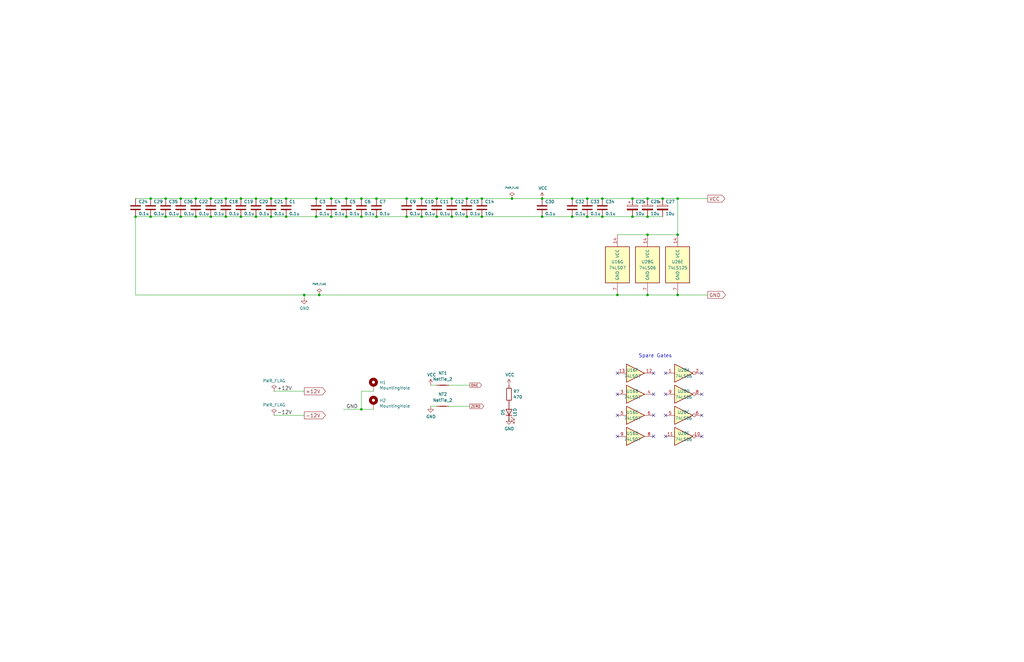
<source format=kicad_sch>
(kicad_sch (version 20211123) (generator eeschema)
  (paper "B")
  (lib_symbols
    (symbol "74xx:74LS06" (pin_names (offset 1.016))
      (property "Reference" "U" (at 0 1.27 0))
      (property "Value" "74LS06" (at 0 -1.27 0))
      (symbol "74LS06_1_0"
        (polyline (pts (xy -3.81 3.81) (xy -3.81 -3.81) (xy 3.81 0) (xy -3.81 3.81)) (stroke (width 0.254)) (fill (type background)))
        (pin input line (at -7.62 0 0) (length 3.81) (name "~") (number "1"))
        (pin open_collector inverted (at 7.62 0 180) (length 3.81) (name "~") (number "2"))
      )
      (symbol "74LS06_2_0"
        (polyline (pts (xy -3.81 3.81) (xy -3.81 -3.81) (xy 3.81 0) (xy -3.81 3.81)) (stroke (width 0.254)) (fill (type background)))
        (pin input line (at -7.62 0 0) (length 3.81) (name "~") (number "3"))
        (pin open_collector inverted (at 7.62 0 180) (length 3.81) (name "~") (number "4"))
      )
      (symbol "74LS06_3_0"
        (polyline (pts (xy -3.81 3.81) (xy -3.81 -3.81) (xy 3.81 0) (xy -3.81 3.81)) (stroke (width 0.254)) (fill (type background)))
        (pin input line (at -7.62 0 0) (length 3.81) (name "~") (number "5"))
        (pin open_collector inverted (at 7.62 0 180) (length 3.81) (name "~") (number "6"))
      )
      (symbol "74LS06_4_0"
        (polyline (pts (xy -3.81 3.81) (xy -3.81 -3.81) (xy 3.81 0) (xy -3.81 3.81)) (stroke (width 0.254)) (fill (type background)))
        (pin open_collector inverted (at 7.62 0 180) (length 3.81) (name "~") (number "8"))
        (pin input line (at -7.62 0 0) (length 3.81) (name "~") (number "9"))
      )
      (symbol "74LS06_5_0"
        (polyline (pts (xy -3.81 3.81) (xy -3.81 -3.81) (xy 3.81 0) (xy -3.81 3.81)) (stroke (width 0.254)) (fill (type background)))
        (pin open_collector inverted (at 7.62 0 180) (length 3.81) (name "~") (number "10"))
        (pin input line (at -7.62 0 0) (length 3.81) (name "~") (number "11"))
      )
      (symbol "74LS06_6_0"
        (polyline (pts (xy -3.81 3.81) (xy -3.81 -3.81) (xy 3.81 0) (xy -3.81 3.81)) (stroke (width 0.254)) (fill (type background)))
        (pin open_collector inverted (at 7.62 0 180) (length 3.81) (name "~") (number "12"))
        (pin input line (at -7.62 0 0) (length 3.81) (name "~") (number "13"))
      )
      (symbol "74LS06_7_0"
        (pin power_in line (at 0 12.7 270) (length 5.08) (name "VCC") (number "14"))
        (pin power_in line (at 0 -12.7 90) (length 5.08) (name "GND") (number "7"))
      )
      (symbol "74LS06_7_1"
        (rectangle (start -5.08 7.62) (end 5.08 -7.62) (stroke (width 0.254)) (fill (type background)))
      )
    )
    (symbol "74xx:74LS07" (pin_names (offset 1.016))
      (property "Reference" "U" (at 0 1.27 0))
      (property "Value" "74LS07" (at 0 -1.27 0))
      (symbol "74LS07_1_0"
        (polyline (pts (xy -3.81 3.81) (xy -3.81 -3.81) (xy 3.81 0) (xy -3.81 3.81)) (stroke (width 0.254)) (fill (type background)))
        (pin input line (at -7.62 0 0) (length 3.81) (name "~") (number "1"))
        (pin open_collector line (at 7.62 0 180) (length 3.81) (name "~") (number "2"))
      )
      (symbol "74LS07_2_0"
        (polyline (pts (xy -3.81 3.81) (xy -3.81 -3.81) (xy 3.81 0) (xy -3.81 3.81)) (stroke (width 0.254)) (fill (type background)))
        (pin input line (at -7.62 0 0) (length 3.81) (name "~") (number "3"))
        (pin open_collector line (at 7.62 0 180) (length 3.81) (name "~") (number "4"))
      )
      (symbol "74LS07_3_0"
        (polyline (pts (xy -3.81 3.81) (xy -3.81 -3.81) (xy 3.81 0) (xy -3.81 3.81)) (stroke (width 0.254)) (fill (type background)))
        (pin input line (at -7.62 0 0) (length 3.81) (name "~") (number "5"))
        (pin open_collector line (at 7.62 0 180) (length 3.81) (name "~") (number "6"))
      )
      (symbol "74LS07_4_0"
        (polyline (pts (xy -3.81 3.81) (xy -3.81 -3.81) (xy 3.81 0) (xy -3.81 3.81)) (stroke (width 0.254)) (fill (type background)))
        (pin open_collector line (at 7.62 0 180) (length 3.81) (name "~") (number "8"))
        (pin input line (at -7.62 0 0) (length 3.81) (name "~") (number "9"))
      )
      (symbol "74LS07_5_0"
        (polyline (pts (xy -3.81 3.81) (xy -3.81 -3.81) (xy 3.81 0) (xy -3.81 3.81)) (stroke (width 0.254)) (fill (type background)))
        (pin open_collector line (at 7.62 0 180) (length 3.81) (name "~") (number "10"))
        (pin input line (at -7.62 0 0) (length 3.81) (name "~") (number "11"))
      )
      (symbol "74LS07_6_0"
        (polyline (pts (xy -3.81 3.81) (xy -3.81 -3.81) (xy 3.81 0) (xy -3.81 3.81)) (stroke (width 0.254)) (fill (type background)))
        (pin open_collector line (at 7.62 0 180) (length 3.81) (name "~") (number "12"))
        (pin input line (at -7.62 0 0) (length 3.81) (name "~") (number "13"))
      )
      (symbol "74LS07_7_0"
        (pin power_in line (at 0 12.7 270) (length 5.08) (name "VCC") (number "14"))
        (pin power_in line (at 0 -12.7 90) (length 5.08) (name "GND") (number "7"))
      )
      (symbol "74LS07_7_1"
        (rectangle (start -5.08 7.62) (end 5.08 -7.62) (stroke (width 0.254)) (fill (type background)))
      )
    )
    (symbol "74xx:74LS125" (pin_names (offset 1.016))
      (property "Reference" "U" (at 0 1.27 0))
      (property "Value" "74LS125" (at 0 -1.27 0))
      (symbol "74LS125_1_0"
        (polyline (pts (xy -3.81 3.81) (xy -3.81 -3.81) (xy 3.81 0) (xy -3.81 3.81)) (stroke (width 0.254)) (fill (type background)))
        (pin input inverted (at 0 -6.35 90) (length 4.445) (name "~") (number "1"))
        (pin input line (at -7.62 0 0) (length 3.81) (name "~") (number "2"))
        (pin tri_state line (at 7.62 0 180) (length 3.81) (name "~") (number "3"))
      )
      (symbol "74LS125_2_0"
        (polyline (pts (xy -3.81 3.81) (xy -3.81 -3.81) (xy 3.81 0) (xy -3.81 3.81)) (stroke (width 0.254)) (fill (type background)))
        (pin input inverted (at 0 -6.35 90) (length 4.445) (name "~") (number "4"))
        (pin input line (at -7.62 0 0) (length 3.81) (name "~") (number "5"))
        (pin tri_state line (at 7.62 0 180) (length 3.81) (name "~") (number "6"))
      )
      (symbol "74LS125_3_0"
        (polyline (pts (xy -3.81 3.81) (xy -3.81 -3.81) (xy 3.81 0) (xy -3.81 3.81)) (stroke (width 0.254)) (fill (type background)))
        (pin input inverted (at 0 -6.35 90) (length 4.445) (name "~") (number "10"))
        (pin tri_state line (at 7.62 0 180) (length 3.81) (name "~") (number "8"))
        (pin input line (at -7.62 0 0) (length 3.81) (name "~") (number "9"))
      )
      (symbol "74LS125_4_0"
        (polyline (pts (xy -3.81 3.81) (xy -3.81 -3.81) (xy 3.81 0) (xy -3.81 3.81)) (stroke (width 0.254)) (fill (type background)))
        (pin tri_state line (at 7.62 0 180) (length 3.81) (name "~") (number "11"))
        (pin input line (at -7.62 0 0) (length 3.81) (name "~") (number "12"))
        (pin input inverted (at 0 -6.35 90) (length 4.445) (name "~") (number "13"))
      )
      (symbol "74LS125_5_0"
        (pin power_in line (at 0 12.7 270) (length 5.08) (name "VCC") (number "14"))
        (pin power_in line (at 0 -12.7 90) (length 5.08) (name "GND") (number "7"))
      )
      (symbol "74LS125_5_1"
        (rectangle (start -5.08 7.62) (end 5.08 -7.62) (stroke (width 0.254)) (fill (type background)))
      )
    )
    (symbol "Device:C" (pin_numbers hide) (pin_names (offset 0.254))
      (property "Reference" "C" (at 0.635 2.54 0))
      (property "Value" "C" (at 0.635 -2.54 0))
      (symbol "C_0_1"
        (polyline (pts (xy -2.032 -0.762) (xy 2.032 -0.762)) (stroke (width 0.508)))
        (polyline (pts (xy -2.032 0.762) (xy 2.032 0.762)) (stroke (width 0.508)))
      )
      (symbol "C_1_1"
        (pin passive line (at 0 3.81 270) (length 2.794) (name "~") (number "1"))
        (pin passive line (at 0 -3.81 90) (length 2.794) (name "~") (number "2"))
      )
    )
    (symbol "Device:C_Polarized" (pin_numbers hide) (pin_names (offset 0.254))
      (property "Reference" "C" (at 0.635 2.54 0))
      (property "Value" "C_Polarized" (at 0.635 -2.54 0))
      (symbol "C_Polarized_0_1"
        (rectangle (start -2.286 0.508) (end 2.286 1.016))
        (polyline (pts (xy -1.778 2.286) (xy -0.762 2.286)))
        (polyline (pts (xy -1.27 2.794) (xy -1.27 1.778)))
        (rectangle (start 2.286 -0.508) (end -2.286 -1.016) (fill (type outline)))
      )
      (symbol "C_Polarized_1_1"
        (pin passive line (at 0 3.81 270) (length 2.794) (name "~") (number "1"))
        (pin passive line (at 0 -3.81 90) (length 2.794) (name "~") (number "2"))
      )
    )
    (symbol "Device:LED" (pin_numbers hide) (pin_names (offset 1.016) hide)
      (property "Reference" "D" (at 0 2.54 0))
      (property "Value" "LED" (at 0 -2.54 0))
      (symbol "LED_0_1"
        (polyline (pts (xy -1.27 -1.27) (xy -1.27 1.27)) (stroke (width 0.254)))
        (polyline (pts (xy -1.27 0) (xy 1.27 0)))
        (polyline (pts (xy 1.27 -1.27) (xy 1.27 1.27) (xy -1.27 0) (xy 1.27 -1.27)) (stroke (width 0.254)))
        (polyline (pts (xy -3.048 -0.762) (xy -4.572 -2.286) (xy -3.81 -2.286) (xy -4.572 -2.286) (xy -4.572 -1.524)))
        (polyline (pts (xy -1.778 -0.762) (xy -3.302 -2.286) (xy -2.54 -2.286) (xy -3.302 -2.286) (xy -3.302 -1.524)))
      )
      (symbol "LED_1_1"
        (pin passive line (at -3.81 0 0) (length 2.54) (name "K") (number "1"))
        (pin passive line (at 3.81 0 180) (length 2.54) (name "A") (number "2"))
      )
    )
    (symbol "Device:NetTie_2" (pin_numbers hide) (pin_names (offset 0) hide) (in_bom no)
      (property "Reference" "NT" (at 0 1.27 0))
      (property "Value" "NetTie_2" (at 0 -1.27 0))
      (symbol "NetTie_2_0_1"
        (polyline (pts (xy -1.27 0) (xy 1.27 0)) (stroke (width 0.254)))
      )
      (symbol "NetTie_2_1_1"
        (pin passive line (at -2.54 0 0) (length 2.54) (name "1") (number "1"))
        (pin passive line (at 2.54 0 180) (length 2.54) (name "2") (number "2"))
      )
    )
    (symbol "Device:R" (pin_numbers hide) (pin_names (offset 0))
      (property "Reference" "R" (at 2.032 0 90))
      (property "Value" "R" (at 0 0 90))
      (symbol "R_0_1"
        (rectangle (start -1.016 -2.54) (end 1.016 2.54) (stroke (width 0.254)))
      )
      (symbol "R_1_1"
        (pin passive line (at 0 3.81 270) (length 1.27) (name "~") (number "1"))
        (pin passive line (at 0 -3.81 90) (length 1.27) (name "~") (number "2"))
      )
    )
    (symbol "Mechanical:MountingHole_Pad" (pin_numbers hide) (pin_names (offset 1.016) hide)
      (property "Reference" "H" (at 0 6.35 0))
      (property "Value" "MountingHole_Pad" (at 0 4.445 0))
      (symbol "MountingHole_Pad_0_1"
        (circle (center 0 1.27) (radius 1.27) (stroke (width 1.27)))
      )
      (symbol "MountingHole_Pad_1_1"
        (pin input line (at 0 -2.54 90) (length 2.54) (name "1") (number "1"))
      )
    )
    (symbol "power:GND" (power) (pin_names (offset 0))
      (property "Value" "GND" (at 0 -3.81 0))
      (symbol "GND_0_1"
        (polyline (pts (xy 0 0) (xy 0 -1.27) (xy 1.27 -1.27) (xy 0 -2.54) (xy -1.27 -1.27) (xy 0 -1.27)))
      )
      (symbol "GND_1_1"
        (pin power_in line (at 0 0 270) (length 0) hide (name "GND") (number "1"))
      )
    )
    (symbol "power:PWR_FLAG" (power) (pin_numbers hide) (pin_names (offset 0) hide)
      (property "Value" "PWR_FLAG" (at 0 3.81 0))
      (symbol "PWR_FLAG_0_0"
        (pin power_out line (at 0 0 90) (length 0) (name "pwr") (number "1"))
      )
      (symbol "PWR_FLAG_0_1"
        (polyline (pts (xy 0 0) (xy 0 1.27) (xy -1.016 1.905) (xy 0 2.54) (xy 1.016 1.905) (xy 0 1.27)))
      )
    )
    (symbol "power:VCC" (power) (pin_names (offset 0))
      (property "Value" "VCC" (at 0 3.81 0))
      (symbol "VCC_0_1"
        (polyline (pts (xy -0.762 1.27) (xy 0 2.54)))
        (polyline (pts (xy 0 0) (xy 0 2.54)))
        (polyline (pts (xy 0 2.54) (xy 0.762 1.27)))
      )
      (symbol "VCC_1_1"
        (pin power_in line (at 0 0 90) (length 0) hide (name "VCC") (number "1"))
      )
    )
  )
  (junction (at 177.8 91.44))
  (junction (at 101.6 91.44))
  (junction (at 285.75 83.82))
  (junction (at 260.35 124.46))
  (junction (at 152.4 91.44))
  (junction (at 190.5 91.44))
  (junction (at 133.35 83.82))
  (junction (at 266.7 91.44))
  (junction (at 171.45 91.44))
  (junction (at 215.9 83.82))
  (junction (at 228.6 91.44))
  (junction (at 69.85 83.82))
  (junction (at 247.65 91.44))
  (junction (at 254 83.82))
  (junction (at 254 91.44))
  (junction (at 203.2 91.44))
  (junction (at 128.27 124.46))
  (junction (at 273.05 99.06))
  (junction (at 285.75 99.06))
  (junction (at 120.65 91.44))
  (junction (at 273.05 91.44))
  (junction (at 203.2 83.82))
  (junction (at 107.95 83.82))
  (junction (at 88.9 83.82))
  (junction (at 184.15 83.82))
  (junction (at 266.7 83.82))
  (junction (at 279.4 83.82))
  (junction (at 196.85 83.82))
  (junction (at 273.05 124.46))
  (junction (at 63.5 91.44))
  (junction (at 114.3 91.44))
  (junction (at 120.65 83.82))
  (junction (at 158.75 83.82))
  (junction (at 184.15 91.44))
  (junction (at 152.4 83.82))
  (junction (at 82.55 91.44))
  (junction (at 285.75 124.46))
  (junction (at 57.15 91.44))
  (junction (at 273.05 83.82))
  (junction (at 101.6 83.82))
  (junction (at 171.45 83.82))
  (junction (at 69.85 91.44))
  (junction (at 95.25 91.44))
  (junction (at 88.9 91.44))
  (junction (at 177.8 83.82))
  (junction (at 247.65 83.82))
  (junction (at 158.75 91.44))
  (junction (at 146.05 83.82))
  (junction (at 146.05 91.44))
  (junction (at 76.2 91.44))
  (junction (at 228.6 83.82))
  (junction (at 95.25 83.82))
  (junction (at 76.2 83.82))
  (junction (at 139.7 91.44))
  (junction (at 133.35 91.44))
  (junction (at 114.3 83.82))
  (junction (at 241.3 91.44))
  (junction (at 134.62 124.46))
  (junction (at 190.5 83.82))
  (junction (at 241.3 83.82))
  (junction (at 107.95 91.44))
  (junction (at 63.5 83.82))
  (junction (at 152.4 172.72))
  (junction (at 139.7 83.82))
  (junction (at 196.85 91.44))
  (junction (at 82.55 83.82))
  (no_connect (at 295.91 175.26))
  (no_connect (at 275.59 175.26))
  (no_connect (at 260.35 166.37))
  (no_connect (at 280.67 175.26))
  (no_connect (at 275.59 166.37))
  (no_connect (at 275.59 184.15))
  (no_connect (at 260.35 175.26))
  (no_connect (at 260.35 184.15))
  (no_connect (at 280.67 166.37))
  (no_connect (at 295.91 166.37))
  (no_connect (at 280.67 157.48))
  (no_connect (at 280.67 184.15))
  (no_connect (at 295.91 157.48))
  (no_connect (at 260.35 157.48))
  (no_connect (at 295.91 184.15))
  (no_connect (at 275.59 157.48))
  (wire (pts (xy 95.25 91.44) (xy 101.6 91.44)))
  (wire (pts (xy 171.45 83.82) (xy 177.8 83.82)))
  (wire (pts (xy 157.48 165.1) (xy 152.4 165.1)))
  (wire (pts (xy 95.25 91.44) (xy 88.9 91.44)))
  (wire (pts (xy 266.7 83.82) (xy 273.05 83.82)))
  (wire (pts (xy 181.61 171.45) (xy 184.15 171.45)))
  (wire (pts (xy 184.15 91.44) (xy 190.5 91.44)))
  (wire (pts (xy 107.95 83.82) (xy 101.6 83.82)))
  (wire (pts (xy 157.48 172.72) (xy 152.4 172.72)))
  (wire (pts (xy 189.23 171.45) (xy 198.12 171.45)))
  (wire (pts (xy 203.2 91.44) (xy 228.6 91.44)))
  (wire (pts (xy 285.75 99.06) (xy 285.75 83.82)))
  (wire (pts (xy 189.23 162.56) (xy 198.12 162.56)))
  (wire (pts (xy 63.5 91.44) (xy 69.85 91.44)))
  (wire (pts (xy 107.95 91.44) (xy 114.3 91.44)))
  (wire (pts (xy 196.85 91.44) (xy 203.2 91.44)))
  (wire (pts (xy 128.27 124.46) (xy 128.27 125.73)))
  (wire (pts (xy 158.75 91.44) (xy 171.45 91.44)))
  (wire (pts (xy 57.15 91.44) (xy 63.5 91.44)))
  (wire (pts (xy 82.55 83.82) (xy 88.9 83.82)))
  (wire (pts (xy 241.3 83.82) (xy 247.65 83.82)))
  (wire (pts (xy 101.6 91.44) (xy 107.95 91.44)))
  (wire (pts (xy 171.45 91.44) (xy 177.8 91.44)))
  (wire (pts (xy 152.4 83.82) (xy 158.75 83.82)))
  (wire (pts (xy 63.5 83.82) (xy 69.85 83.82)))
  (wire (pts (xy 69.85 91.44) (xy 76.2 91.44)))
  (wire (pts (xy 152.4 172.72) (xy 144.78 172.72)))
  (wire (pts (xy 120.65 83.82) (xy 114.3 83.82)))
  (wire (pts (xy 76.2 91.44) (xy 82.55 91.44)))
  (wire (pts (xy 260.35 124.46) (xy 273.05 124.46)))
  (wire (pts (xy 184.15 83.82) (xy 190.5 83.82)))
  (wire (pts (xy 133.35 83.82) (xy 139.7 83.82)))
  (wire (pts (xy 190.5 83.82) (xy 196.85 83.82)))
  (wire (pts (xy 181.61 162.56) (xy 184.15 162.56)))
  (wire (pts (xy 273.05 124.46) (xy 285.75 124.46)))
  (wire (pts (xy 152.4 165.1) (xy 152.4 172.72)))
  (wire (pts (xy 57.15 124.46) (xy 57.15 91.44)))
  (wire (pts (xy 190.5 91.44) (xy 196.85 91.44)))
  (wire (pts (xy 215.9 83.82) (xy 228.6 83.82)))
  (wire (pts (xy 196.85 83.82) (xy 203.2 83.82)))
  (wire (pts (xy 146.05 83.82) (xy 152.4 83.82)))
  (wire (pts (xy 101.6 83.82) (xy 95.25 83.82)))
  (wire (pts (xy 266.7 91.44) (xy 273.05 91.44)))
  (wire (pts (xy 273.05 91.44) (xy 279.4 91.44)))
  (wire (pts (xy 177.8 83.82) (xy 184.15 83.82)))
  (wire (pts (xy 88.9 91.44) (xy 82.55 91.44)))
  (wire (pts (xy 260.35 99.06) (xy 273.05 99.06)))
  (wire (pts (xy 57.15 83.82) (xy 63.5 83.82)))
  (wire (pts (xy 115.57 165.1) (xy 128.27 165.1)))
  (wire (pts (xy 228.6 83.82) (xy 241.3 83.82)))
  (wire (pts (xy 134.62 124.46) (xy 260.35 124.46)))
  (wire (pts (xy 76.2 83.82) (xy 82.55 83.82)))
  (wire (pts (xy 139.7 83.82) (xy 146.05 83.82)))
  (wire (pts (xy 285.75 83.82) (xy 298.45 83.82)))
  (wire (pts (xy 177.8 91.44) (xy 184.15 91.44)))
  (wire (pts (xy 247.65 91.44) (xy 254 91.44)))
  (wire (pts (xy 254 91.44) (xy 266.7 91.44)))
  (wire (pts (xy 115.57 175.26) (xy 128.27 175.26)))
  (wire (pts (xy 146.05 91.44) (xy 152.4 91.44)))
  (wire (pts (xy 152.4 91.44) (xy 158.75 91.44)))
  (wire (pts (xy 88.9 83.82) (xy 95.25 83.82)))
  (wire (pts (xy 69.85 83.82) (xy 76.2 83.82)))
  (wire (pts (xy 203.2 83.82) (xy 215.9 83.82)))
  (wire (pts (xy 228.6 91.44) (xy 241.3 91.44)))
  (wire (pts (xy 279.4 83.82) (xy 285.75 83.82)))
  (wire (pts (xy 57.15 124.46) (xy 128.27 124.46)))
  (wire (pts (xy 285.75 124.46) (xy 298.45 124.46)))
  (wire (pts (xy 247.65 83.82) (xy 254 83.82)))
  (wire (pts (xy 120.65 91.44) (xy 133.35 91.44)))
  (wire (pts (xy 128.27 124.46) (xy 134.62 124.46)))
  (wire (pts (xy 120.65 83.82) (xy 133.35 83.82)))
  (wire (pts (xy 139.7 91.44) (xy 146.05 91.44)))
  (wire (pts (xy 214.63 177.8) (xy 214.63 176.53)))
  (wire (pts (xy 133.35 91.44) (xy 139.7 91.44)))
  (wire (pts (xy 273.05 99.06) (xy 285.75 99.06)))
  (wire (pts (xy 114.3 91.44) (xy 120.65 91.44)))
  (wire (pts (xy 114.3 83.82) (xy 107.95 83.82)))
  (wire (pts (xy 273.05 83.82) (xy 279.4 83.82)))
  (wire (pts (xy 158.75 83.82) (xy 171.45 83.82)))
  (wire (pts (xy 241.3 91.44) (xy 247.65 91.44)))
  (wire (pts (xy 254 83.82) (xy 266.7 83.82)))
  (text "Spare Gates" (at 269.24 151.13 0) (effects (font (size 1.524 1.524)) (justify left bottom)))
  (label "GND" (at 146.05 172.72 0) (effects (font (size 1.524 1.524))))
  (label "-12V" (at 116.84 175.26 0) (effects (font (size 1.524 1.524))))
  (label "+12V" (at 116.84 165.1 0) (effects (font (size 1.524 1.524))))
  (global_label "VCC" (shape output) (at 298.45 83.82 0) (effects (font (size 1.524 1.524))) (property "Intersheet References" "${INTERSHEET_REFS}" (effects hide)))
  (global_label "GND" (shape output) (at 298.45 124.46 0) (effects (font (size 1.524 1.524))) (property "Intersheet References" "${INTERSHEET_REFS}" (effects hide)))
  (global_label "ONE" (shape output) (at 198.12 162.56 0) (effects (font (size 1.016 1.016))) (property "Intersheet References" "${INTERSHEET_REFS}" (effects hide)))
  (global_label "ZERO" (shape output) (at 198.12 171.45 0) (effects (font (size 1.016 1.016))) (property "Intersheet References" "${INTERSHEET_REFS}" (effects hide)))
  (global_label "+12V" (shape output) (at 128.27 165.1 0) (effects (font (size 1.524 1.524))) (property "Intersheet References" "${INTERSHEET_REFS}" (effects hide)))
  (global_label "-12V" (shape output) (at 128.27 175.26 0) (effects (font (size 1.524 1.524))) (property "Intersheet References" "${INTERSHEET_REFS}" (effects hide)))
  (symbol (lib_id "Device:C") (at 139.7 87.63 0) (unit 1)
    (property "Reference" "C4" (at 140.97 85.09 0) (effects (justify left)))
    (property "Value" "0.1u" (at 140.97 90.17 0) (effects (justify left)))
    (property "Footprint" "Capacitor_THT:C_Disc_D5.0mm_W2.5mm_P5.00mm" (effects hide))
  )
  (symbol (lib_id "Device:C") (at 146.05 87.63 0) (unit 1)
    (property "Reference" "C5" (at 147.32 85.09 0) (effects (justify left)))
    (property "Value" "0.1u" (at 147.32 90.17 0) (effects (justify left)))
    (property "Footprint" "Capacitor_THT:C_Disc_D5.0mm_W2.5mm_P5.00mm" (effects hide))
  )
  (symbol (lib_id "74xx:74LS06") (at 288.29 157.48 0) (unit 1)
    (property "Reference" "U28" (at 288.29 156.21 0))
    (property "Value" "74LS06" (at 288.29 158.75 0))
    (property "Footprint" "Package_DIP:DIP-14_W7.62mm" (effects hide))
    (property "Datasheet" "http://www.ti.com/lit/gpn/sn74LS06" (effects hide))
  )
  (symbol (lib_id "74xx:74LS125") (at 285.75 111.76 0) (unit 5)
    (property "Reference" "U26" (at 285.75 110.49 0))
    (property "Value" "74LS125" (at 285.75 113.03 0))
    (property "Footprint" "Package_DIP:DIP-14_W7.62mm" (effects hide))
    (property "Datasheet" "http://www.ti.com/lit/gpn/sn74LS125" (effects hide))
  )
  (symbol (lib_id "Device:C") (at 190.5 87.63 0) (unit 1)
    (property "Reference" "C12" (at 191.77 85.09 0) (effects (justify left)))
    (property "Value" "0.1u" (at 191.77 90.17 0) (effects (justify left)))
    (property "Footprint" "Capacitor_THT:C_Disc_D5.0mm_W2.5mm_P5.00mm" (effects hide))
  )
  (symbol (lib_id "power:VCC") (at 214.63 162.56 0) (unit 1)
    (property "Reference" "#PWR0101" (effects hide))
    (property "Value" "VCC" (at 215.011 158.1658 0))
  )
  (symbol (lib_id "power:GND") (at 214.63 176.53 0) (unit 1)
    (property "Reference" "#PWR0102" (effects hide))
    (property "Value" "GND" (at 214.757 180.9242 0))
  )
  (symbol (lib_id "74xx:74LS07") (at 267.97 166.37 0) (unit 2)
    (property "Reference" "U16" (at 266.7 165.1 0))
    (property "Value" "74LS07" (at 266.7 167.64 0))
    (property "Footprint" "Package_DIP:DIP-14_W7.62mm" (effects hide))
    (property "Datasheet" "www.ti.com/lit/ds/symlink/sn74ls07.pdf" (effects hide))
  )
  (symbol (lib_id "74xx:74LS07") (at 267.97 175.26 0) (unit 3)
    (property "Reference" "U16" (at 266.7 173.99 0))
    (property "Value" "74LS07" (at 266.7 176.53 0))
    (property "Footprint" "Package_DIP:DIP-14_W7.62mm" (effects hide))
    (property "Datasheet" "www.ti.com/lit/ds/symlink/sn74ls07.pdf" (effects hide))
  )
  (symbol (lib_id "74xx:74LS07") (at 267.97 184.15 0) (unit 4)
    (property "Reference" "U16" (at 266.7 182.88 0))
    (property "Value" "74LS07" (at 266.7 185.42 0))
    (property "Footprint" "Package_DIP:DIP-14_W7.62mm" (effects hide))
    (property "Datasheet" "www.ti.com/lit/ds/symlink/sn74ls07.pdf" (effects hide))
  )
  (symbol (lib_id "Device:C") (at 82.55 87.63 0) (unit 1)
    (property "Reference" "C22" (at 83.82 85.09 0) (effects (justify left)))
    (property "Value" "0.1u" (at 83.82 90.17 0) (effects (justify left)))
    (property "Footprint" "Capacitor_THT:C_Disc_D5.0mm_W2.5mm_P5.00mm" (effects hide))
  )
  (symbol (lib_id "Device:C") (at 88.9 87.63 0) (unit 1)
    (property "Reference" "C23" (at 90.17 85.09 0) (effects (justify left)))
    (property "Value" "0.1u" (at 90.17 90.17 0) (effects (justify left)))
    (property "Footprint" "Capacitor_THT:C_Disc_D5.0mm_W2.5mm_P5.00mm" (effects hide))
  )
  (symbol (lib_id "Device:C") (at 95.25 87.63 0) (unit 1)
    (property "Reference" "C18" (at 96.52 85.09 0) (effects (justify left)))
    (property "Value" "0.1u" (at 96.52 90.17 0) (effects (justify left)))
    (property "Footprint" "Capacitor_THT:C_Disc_D5.0mm_W2.5mm_P5.00mm" (effects hide))
  )
  (symbol (lib_id "Device:C") (at 101.6 87.63 0) (unit 1)
    (property "Reference" "C19" (at 102.87 85.09 0) (effects (justify left)))
    (property "Value" "0.1u" (at 102.87 90.17 0) (effects (justify left)))
    (property "Footprint" "Capacitor_THT:C_Disc_D5.0mm_W2.5mm_P5.00mm" (effects hide))
  )
  (symbol (lib_id "Device:C") (at 107.95 87.63 0) (unit 1)
    (property "Reference" "C20" (at 109.22 85.09 0) (effects (justify left)))
    (property "Value" "0.1u" (at 109.22 90.17 0) (effects (justify left)))
    (property "Footprint" "Capacitor_THT:C_Disc_D5.0mm_W2.5mm_P5.00mm" (effects hide))
  )
  (symbol (lib_id "Device:C") (at 114.3 87.63 0) (unit 1)
    (property "Reference" "C21" (at 115.57 85.09 0) (effects (justify left)))
    (property "Value" "0.1u" (at 115.57 90.17 0) (effects (justify left)))
    (property "Footprint" "Capacitor_THT:C_Disc_D5.0mm_W2.5mm_P5.00mm" (effects hide))
  )
  (symbol (lib_id "Device:C_Polarized") (at 266.7 87.63 0) (unit 1)
    (property "Reference" "C25" (at 267.97 85.09 0) (effects (justify left)))
    (property "Value" "10u" (at 267.97 90.17 0) (effects (justify left)))
    (property "Footprint" "Capacitor_THT:CP_Radial_D5.0mm_P2.50mm" (effects hide))
  )
  (symbol (lib_id "Device:LED") (at 214.63 173.99 90) (unit 1)
    (property "Reference" "D5" (at 212.09 173.99 0))
    (property "Value" "LED" (at 217.17 173.99 0))
    (property "Footprint" "LED_THT:LED_D3.0mm_Horizontal_O3.81mm_Z2.0mm" (effects hide))
  )
  (symbol (lib_id "74xx:74LS06") (at 288.29 175.26 0) (unit 3)
    (property "Reference" "U28" (at 288.29 173.99 0))
    (property "Value" "74LS06" (at 288.29 176.53 0))
    (property "Footprint" "Package_DIP:DIP-14_W7.62mm" (effects hide))
    (property "Datasheet" "http://www.ti.com/lit/gpn/sn74LS06" (effects hide))
  )
  (symbol (lib_id "74xx:74LS06") (at 288.29 166.37 0) (unit 4)
    (property "Reference" "U28" (at 288.29 165.1 0))
    (property "Value" "74LS06" (at 288.29 167.64 0))
    (property "Footprint" "Package_DIP:DIP-14_W7.62mm" (effects hide))
    (property "Datasheet" "http://www.ti.com/lit/gpn/sn74LS06" (effects hide))
  )
  (symbol (lib_id "74xx:74LS06") (at 288.29 184.15 0) (unit 5)
    (property "Reference" "U28" (at 288.29 182.88 0))
    (property "Value" "74LS06" (at 288.29 185.42 0))
    (property "Footprint" "Package_DIP:DIP-14_W7.62mm" (effects hide))
    (property "Datasheet" "http://www.ti.com/lit/gpn/sn74LS06" (effects hide))
  )
  (symbol (lib_id "74xx:74LS06") (at 273.05 111.76 0) (unit 7)
    (property "Reference" "U28" (at 273.05 110.49 0))
    (property "Value" "74LS06" (at 273.05 113.03 0))
    (property "Footprint" "Package_DIP:DIP-14_W7.62mm" (effects hide))
    (property "Datasheet" "http://www.ti.com/lit/gpn/sn74LS06" (effects hide))
  )
  (symbol (lib_id "Device:C") (at 196.85 87.63 0) (unit 1)
    (property "Reference" "C13" (at 198.12 85.09 0) (effects (justify left)))
    (property "Value" "0.1u" (at 198.12 90.17 0) (effects (justify left)))
    (property "Footprint" "Capacitor_THT:C_Disc_D5.0mm_W2.5mm_P5.00mm" (effects hide))
  )
  (symbol (lib_id "power:PWR_FLAG") (at 115.57 165.1 0) (unit 1)
    (property "Reference" "#FLG04" (effects hide))
    (property "Value" "PWR_FLAG" (at 115.57 160.7058 0))
  )
  (symbol (lib_id "power:PWR_FLAG") (at 115.57 175.26 0) (unit 1)
    (property "Reference" "#FLG05" (effects hide))
    (property "Value" "PWR_FLAG" (at 115.57 170.8658 0))
  )
  (symbol (lib_id "power:VCC") (at 228.6 83.82 0) (unit 1)
    (property "Reference" "#PWR040" (effects hide))
    (property "Value" "VCC" (at 228.981 79.4258 0))
  )
  (symbol (lib_id "Mechanical:MountingHole_Pad") (at 157.48 170.18 0) (unit 1)
    (property "Reference" "H2" (at 160.02 169.0116 0) (effects (justify left)))
    (property "Value" "MountingHole" (at 160.02 171.323 0) (effects (justify left)))
    (property "Footprint" "MountingHole:MountingHole_3.2mm_M3_Pad" (effects hide))
  )
  (symbol (lib_id "Device:C") (at 228.6 87.63 0) (unit 1)
    (property "Reference" "C30" (at 229.87 85.09 0) (effects (justify left)))
    (property "Value" "0.1u" (at 229.87 90.17 0) (effects (justify left)))
    (property "Footprint" "Capacitor_THT:C_Disc_D5.0mm_W2.5mm_P5.00mm" (effects hide))
  )
  (symbol (lib_id "Device:C") (at 254 87.63 0) (unit 1)
    (property "Reference" "C34" (at 255.27 85.09 0) (effects (justify left)))
    (property "Value" "0.1u" (at 255.27 90.17 0) (effects (justify left)))
    (property "Footprint" "Capacitor_THT:C_Disc_D5.0mm_W2.5mm_P5.00mm" (effects hide))
  )
  (symbol (lib_id "power:PWR_FLAG") (at 134.62 124.46 0) (unit 1)
    (property "Reference" "#FLG06" (effects hide))
    (property "Value" "PWR_FLAG" (at 134.62 119.888 0) (effects (font (size 0.762 0.762))))
  )
  (symbol (lib_id "Mechanical:MountingHole_Pad") (at 157.48 162.56 0) (unit 1)
    (property "Reference" "H1" (at 160.02 161.3916 0) (effects (justify left)))
    (property "Value" "MountingHole" (at 160.02 163.703 0) (effects (justify left)))
    (property "Footprint" "MountingHole:MountingHole_3.2mm_M3_Pad" (effects hide))
  )
  (symbol (lib_id "Device:C") (at 120.65 87.63 0) (unit 1)
    (property "Reference" "C1" (at 121.92 85.09 0) (effects (justify left)))
    (property "Value" "0.1u" (at 121.92 90.17 0) (effects (justify left)))
    (property "Footprint" "Capacitor_THT:C_Disc_D5.0mm_W2.5mm_P5.00mm" (effects hide))
  )
  (symbol (lib_id "Device:C") (at 177.8 87.63 0) (unit 1)
    (property "Reference" "C10" (at 179.07 85.09 0) (effects (justify left)))
    (property "Value" "0.1u" (at 179.07 90.17 0) (effects (justify left)))
    (property "Footprint" "Capacitor_THT:C_Disc_D5.0mm_W2.5mm_P5.00mm" (effects hide))
  )
  (symbol (lib_id "Device:C") (at 184.15 87.63 0) (unit 1)
    (property "Reference" "C11" (at 185.42 85.09 0) (effects (justify left)))
    (property "Value" "0.1u" (at 185.42 90.17 0) (effects (justify left)))
    (property "Footprint" "Capacitor_THT:C_Disc_D5.0mm_W2.5mm_P5.00mm" (effects hide))
  )
  (symbol (lib_id "power:GND") (at 128.27 125.73 0) (unit 1)
    (property "Reference" "#PWR042" (effects hide))
    (property "Value" "GND" (at 128.397 130.1242 0))
  )
  (symbol (lib_id "74xx:74LS07") (at 260.35 111.76 0) (unit 7)
    (property "Reference" "U16" (at 260.35 110.49 0))
    (property "Value" "74LS07" (at 260.35 113.03 0))
    (property "Footprint" "Package_DIP:DIP-14_W7.62mm" (effects hide))
    (property "Datasheet" "www.ti.com/lit/ds/symlink/sn74ls07.pdf" (effects hide))
  )
  (symbol (lib_id "Device:R") (at 214.63 166.37 0) (unit 1)
    (property "Reference" "R7" (at 216.408 165.2016 0) (effects (justify left)))
    (property "Value" "470" (at 216.408 167.513 0) (effects (justify left)))
    (property "Footprint" "Resistor_THT:R_Axial_DIN0207_L6.3mm_D2.5mm_P7.62mm_Horizontal" (effects hide))
  )
  (symbol (lib_id "power:GND") (at 181.61 171.45 0) (unit 1)
    (property "Reference" "#PWR025" (effects hide))
    (property "Value" "GND" (at 181.737 175.8442 0))
  )
  (symbol (lib_id "power:VCC") (at 181.61 162.56 0) (unit 1)
    (property "Reference" "#PWR010" (effects hide))
    (property "Value" "VCC" (at 181.991 158.1658 0))
  )
  (symbol (lib_id "Device:C") (at 241.3 87.63 0) (unit 1)
    (property "Reference" "C32" (at 242.57 85.09 0) (effects (justify left)))
    (property "Value" "0.1u" (at 242.57 90.17 0) (effects (justify left)))
    (property "Footprint" "Capacitor_THT:C_Disc_D5.0mm_W2.5mm_P5.00mm" (effects hide))
  )
  (symbol (lib_id "Device:C") (at 247.65 87.63 0) (unit 1)
    (property "Reference" "C33" (at 248.92 85.09 0) (effects (justify left)))
    (property "Value" "0.1u" (at 248.92 90.17 0) (effects (justify left)))
    (property "Footprint" "Capacitor_THT:C_Disc_D5.0mm_W2.5mm_P5.00mm" (effects hide))
  )
  (symbol (lib_id "power:PWR_FLAG") (at 215.9 83.82 0) (unit 1)
    (property "Reference" "#FLG03" (effects hide))
    (property "Value" "PWR_FLAG" (at 215.9 79.248 0) (effects (font (size 0.762 0.762))))
  )
  (symbol (lib_id "Device:C") (at 158.75 87.63 0) (unit 1)
    (property "Reference" "C7" (at 160.02 85.09 0) (effects (justify left)))
    (property "Value" "0.1u" (at 160.02 90.17 0) (effects (justify left)))
    (property "Footprint" "Capacitor_THT:C_Disc_D5.0mm_W2.5mm_P5.00mm" (effects hide))
  )
  (symbol (lib_id "Device:C") (at 203.2 87.63 0) (unit 1)
    (property "Reference" "C14" (at 204.47 85.09 0) (effects (justify left)))
    (property "Value" "10u" (at 204.47 90.17 0) (effects (justify left)))
    (property "Footprint" "Capacitor_THT:CP_Radial_D5.0mm_P2.50mm" (effects hide))
  )
  (symbol (lib_id "Device:C_Polarized") (at 273.05 87.63 0) (unit 1)
    (property "Reference" "C26" (at 274.32 85.09 0) (effects (justify left)))
    (property "Value" "10u" (at 274.32 90.17 0) (effects (justify left)))
    (property "Footprint" "Capacitor_THT:CP_Radial_D5.0mm_P2.50mm" (effects hide))
  )
  (symbol (lib_id "Device:C") (at 152.4 87.63 0) (unit 1)
    (property "Reference" "C6" (at 153.67 85.09 0) (effects (justify left)))
    (property "Value" "0.1u" (at 153.67 90.17 0) (effects (justify left)))
    (property "Footprint" "Capacitor_THT:C_Disc_D5.0mm_W2.5mm_P5.00mm" (effects hide))
  )
  (symbol (lib_id "Device:C") (at 171.45 87.63 0) (unit 1)
    (property "Reference" "C9" (at 172.72 85.09 0) (effects (justify left)))
    (property "Value" "0.1u" (at 172.72 90.17 0) (effects (justify left)))
    (property "Footprint" "Capacitor_THT:C_Disc_D5.0mm_W2.5mm_P5.00mm" (effects hide))
  )
  (symbol (lib_id "74xx:74LS07") (at 267.97 157.48 0) (unit 6)
    (property "Reference" "U16" (at 266.7 156.21 0))
    (property "Value" "74LS07" (at 266.7 158.75 0))
    (property "Footprint" "Package_DIP:DIP-14_W7.62mm" (effects hide))
    (property "Datasheet" "www.ti.com/lit/ds/symlink/sn74ls07.pdf" (effects hide))
  )
  (symbol (lib_id "Device:C_Polarized") (at 279.4 87.63 0) (unit 1)
    (property "Reference" "C27" (at 280.67 85.09 0) (effects (justify left)))
    (property "Value" "10u" (at 280.67 90.17 0) (effects (justify left)))
    (property "Footprint" "Capacitor_THT:CP_Radial_D5.0mm_P2.50mm" (effects hide))
  )
  (symbol (lib_id "Device:C") (at 133.35 87.63 0) (unit 1)
    (property "Reference" "C3" (at 134.62 85.09 0) (effects (justify left)))
    (property "Value" "0.1u" (at 134.62 90.17 0) (effects (justify left)))
    (property "Footprint" "Capacitor_THT:C_Disc_D5.0mm_W2.5mm_P5.00mm" (effects hide))
  )
  (symbol (lib_id "Device:NetTie_2") (at 186.69 171.45 0) (unit 1) (in_bom no)
    (property "Reference" "NT2" (at 186.69 166.37 0))
    (property "Value" "NetTie_2" (at 186.69 168.91 0))
    (property "Footprint" "NetTie:NetTie-2_THT_Pad0.3mm" (effects hide))
  )
  (symbol (lib_id "Device:NetTie_2") (at 186.69 162.56 0) (unit 1) (in_bom no)
    (property "Reference" "NT1" (at 186.69 157.48 0))
    (property "Value" "NetTie_2" (at 186.69 160.02 0))
    (property "Footprint" "NetTie:NetTie-2_THT_Pad0.3mm" (effects hide))
  )
  (symbol (lib_id "Device:C") (at 76.2 87.63 0) (unit 1)
    (property "Reference" "C36" (at 77.47 85.09 0) (effects (justify left)))
    (property "Value" "0.1u" (at 77.47 90.17 0) (effects (justify left)))
    (property "Footprint" "Capacitor_THT:C_Disc_D5.0mm_W2.5mm_P5.00mm" (effects hide))
  )
  (symbol (lib_id "Device:C") (at 69.85 87.63 0) (unit 1)
    (property "Reference" "C35" (at 71.12 85.09 0) (effects (justify left)))
    (property "Value" "0.1u" (at 71.12 90.17 0) (effects (justify left)))
    (property "Footprint" "Capacitor_THT:C_Disc_D5.0mm_W2.5mm_P5.00mm" (effects hide))
  )
  (symbol (lib_id "Device:C") (at 63.5 87.63 0) (unit 1)
    (property "Reference" "C29" (at 64.77 85.09 0) (effects (justify left)))
    (property "Value" "0.1u" (at 64.77 90.17 0) (effects (justify left)))
    (property "Footprint" "Capacitor_THT:C_Disc_D5.0mm_W2.5mm_P5.00mm" (effects hide))
  )
  (symbol (lib_id "Device:C") (at 57.15 87.63 0) (unit 1)
    (property "Reference" "C24" (at 58.42 85.09 0) (effects (justify left)))
    (property "Value" "0.1u" (at 58.42 90.17 0) (effects (justify left)))
    (property "Footprint" "Capacitor_THT:C_Disc_D5.0mm_W2.5mm_P5.00mm" (effects hide))
  )
)
</source>
